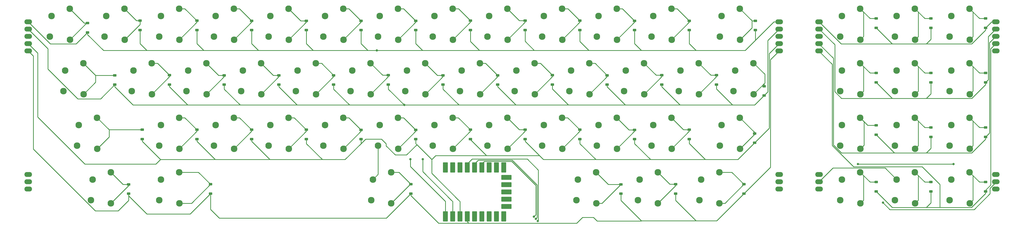
<source format=gbl>
G04 #@! TF.GenerationSoftware,KiCad,Pcbnew,8.0.3*
G04 #@! TF.CreationDate,2024-09-06T14:15:15-05:00*
G04 #@! TF.ProjectId,keyboard,6b657962-6f61-4726-942e-6b696361645f,rev?*
G04 #@! TF.SameCoordinates,Original*
G04 #@! TF.FileFunction,Copper,L2,Bot*
G04 #@! TF.FilePolarity,Positive*
%FSLAX46Y46*%
G04 Gerber Fmt 4.6, Leading zero omitted, Abs format (unit mm)*
G04 Created by KiCad (PCBNEW 8.0.3) date 2024-09-06 14:15:15*
%MOMM*%
%LPD*%
G01*
G04 APERTURE LIST*
G04 Aperture macros list*
%AMRoundRect*
0 Rectangle with rounded corners*
0 $1 Rounding radius*
0 $2 $3 $4 $5 $6 $7 $8 $9 X,Y pos of 4 corners*
0 Add a 4 corners polygon primitive as box body*
4,1,4,$2,$3,$4,$5,$6,$7,$8,$9,$2,$3,0*
0 Add four circle primitives for the rounded corners*
1,1,$1+$1,$2,$3*
1,1,$1+$1,$4,$5*
1,1,$1+$1,$6,$7*
1,1,$1+$1,$8,$9*
0 Add four rect primitives between the rounded corners*
20,1,$1+$1,$2,$3,$4,$5,0*
20,1,$1+$1,$4,$5,$6,$7,0*
20,1,$1+$1,$6,$7,$8,$9,0*
20,1,$1+$1,$8,$9,$2,$3,0*%
G04 Aperture macros list end*
G04 #@! TA.AperFunction,ComponentPad*
%ADD10C,2.300000*%
G04 #@! TD*
G04 #@! TA.AperFunction,ComponentPad*
%ADD11O,2.700000X1.700000*%
G04 #@! TD*
G04 #@! TA.AperFunction,SMDPad,CuDef*
%ADD12RoundRect,0.225000X0.375000X-0.225000X0.375000X0.225000X-0.375000X0.225000X-0.375000X-0.225000X0*%
G04 #@! TD*
G04 #@! TA.AperFunction,ComponentPad*
%ADD13C,1.524000*%
G04 #@! TD*
G04 #@! TA.AperFunction,SMDPad,CuDef*
%ADD14RoundRect,0.114865X-0.735135X1.635135X-0.735135X-1.635135X0.735135X-1.635135X0.735135X1.635135X0*%
G04 #@! TD*
G04 #@! TA.AperFunction,SMDPad,CuDef*
%ADD15RoundRect,0.114865X1.635135X0.735135X-1.635135X0.735135X-1.635135X-0.735135X1.635135X-0.735135X0*%
G04 #@! TD*
G04 #@! TA.AperFunction,ViaPad*
%ADD16C,0.800000*%
G04 #@! TD*
G04 #@! TA.AperFunction,Conductor*
%ADD17C,0.250000*%
G04 #@! TD*
G04 APERTURE END LIST*
D10*
X71800000Y-118206250D03*
X78800000Y-119256250D03*
X328612500Y-168116250D03*
X334962500Y-165576250D03*
X90850000Y-175356250D03*
X97850000Y-176406250D03*
X139065000Y-130016250D03*
X145415000Y-127476250D03*
X224790000Y-149066250D03*
X231140000Y-146526250D03*
X214675000Y-137256250D03*
X221675000Y-138306250D03*
X52750000Y-118206250D03*
X59750000Y-119256250D03*
X91440000Y-168116250D03*
X97790000Y-165576250D03*
X286702500Y-149066250D03*
X293052500Y-146526250D03*
X290875000Y-137256250D03*
X297875000Y-138306250D03*
X195625000Y-137256250D03*
X202625000Y-138306250D03*
X119425000Y-137256250D03*
X126425000Y-138306250D03*
D11*
X45243750Y-123190000D03*
X45243750Y-120650000D03*
X45243750Y-118110000D03*
X45243750Y-115570000D03*
X45243750Y-113030000D03*
D10*
X328612500Y-110966250D03*
X334962500Y-108426250D03*
X257537500Y-175356250D03*
X264537500Y-176406250D03*
X129540000Y-110966250D03*
X135890000Y-108426250D03*
X366122500Y-175356250D03*
X373122500Y-176406250D03*
X286702500Y-110966250D03*
X293052500Y-108426250D03*
X272415000Y-130016250D03*
X278765000Y-127476250D03*
X148590000Y-110966250D03*
X154940000Y-108426250D03*
X328022500Y-118206250D03*
X335022500Y-119256250D03*
X328022500Y-175356250D03*
X335022500Y-176406250D03*
X109900000Y-118206250D03*
X116900000Y-119256250D03*
X186100000Y-156306250D03*
X193100000Y-157356250D03*
X72390000Y-110966250D03*
X78740000Y-108426250D03*
X328612500Y-130016250D03*
X334962500Y-127476250D03*
X366122500Y-137256250D03*
X373122500Y-138306250D03*
D11*
X382181250Y-113030000D03*
X382181250Y-115570000D03*
X382181250Y-118110000D03*
X382181250Y-120650000D03*
X382181250Y-123190000D03*
D10*
X347072500Y-118206250D03*
X354072500Y-119256250D03*
X186690000Y-110966250D03*
X193040000Y-108426250D03*
X62275000Y-156306250D03*
X69275000Y-157356250D03*
X347072500Y-137256250D03*
X354072500Y-138306250D03*
X62865000Y-149066250D03*
X69215000Y-146526250D03*
D11*
X320675000Y-123190000D03*
X320675000Y-120650000D03*
X320675000Y-118110000D03*
X320675000Y-115570000D03*
X320675000Y-113030000D03*
D10*
X90850000Y-156306250D03*
X97850000Y-157356250D03*
X252775000Y-137256250D03*
X259775000Y-138306250D03*
X138475000Y-137256250D03*
X145475000Y-138306250D03*
X91440000Y-110966250D03*
X97790000Y-108426250D03*
X148000000Y-156306250D03*
X155000000Y-157356250D03*
X366712500Y-149066250D03*
X373062500Y-146526250D03*
X128950000Y-118206250D03*
X135950000Y-119256250D03*
X100965000Y-130016250D03*
X107315000Y-127476250D03*
X81915000Y-130016250D03*
X88265000Y-127476250D03*
X262300000Y-118206250D03*
X269300000Y-119256250D03*
X236106250Y-175356250D03*
X243106250Y-176406250D03*
X186100000Y-118206250D03*
X193100000Y-119256250D03*
X177165000Y-130016250D03*
X183515000Y-127476250D03*
X196215000Y-130016250D03*
X202565000Y-127476250D03*
X109900000Y-156306250D03*
X116900000Y-157356250D03*
X215265000Y-130016250D03*
X221615000Y-127476250D03*
X91440000Y-149066250D03*
X97790000Y-146526250D03*
X148000000Y-118206250D03*
X155000000Y-119256250D03*
X243250000Y-156306250D03*
X250250000Y-157356250D03*
X205150000Y-118206250D03*
X212150000Y-119256250D03*
X224200000Y-156306250D03*
X231200000Y-157356250D03*
D11*
X306775000Y-166370000D03*
X306775000Y-168910000D03*
X306775000Y-171450000D03*
D10*
X167640000Y-110966250D03*
X173990000Y-108426250D03*
X100375000Y-137256250D03*
X107375000Y-138306250D03*
X262300000Y-156306250D03*
X269300000Y-157356250D03*
X205740000Y-110966250D03*
X212090000Y-108426250D03*
X110490000Y-110966250D03*
X116840000Y-108426250D03*
X167640000Y-149066250D03*
X173990000Y-146526250D03*
X347072500Y-156306250D03*
X354072500Y-157356250D03*
X67627500Y-168116250D03*
X73977500Y-165576250D03*
X128950000Y-156306250D03*
X135950000Y-157356250D03*
X129540000Y-149066250D03*
X135890000Y-146526250D03*
X347662500Y-110966250D03*
X354012500Y-108426250D03*
X347662500Y-168116250D03*
X354012500Y-165576250D03*
X53340000Y-110966250D03*
X59690000Y-108426250D03*
X167050000Y-156306250D03*
X174050000Y-157356250D03*
X148590000Y-149066250D03*
X154940000Y-146526250D03*
X234315000Y-130016250D03*
X240665000Y-127476250D03*
X205150000Y-156306250D03*
X212150000Y-157356250D03*
X366122500Y-118206250D03*
X373122500Y-119256250D03*
X262890000Y-110966250D03*
X269240000Y-108426250D03*
X347662500Y-149066250D03*
X354012500Y-146526250D03*
X236696250Y-168116250D03*
X243046250Y-165576250D03*
D11*
X306775000Y-113030000D03*
X306775000Y-115570000D03*
X306775000Y-118110000D03*
X306775000Y-120650000D03*
X306775000Y-123190000D03*
D10*
X243250000Y-118206250D03*
X250250000Y-119256250D03*
X164668750Y-175356250D03*
X171668750Y-176406250D03*
X90850000Y-118206250D03*
X97850000Y-119256250D03*
X347072500Y-175356250D03*
X354072500Y-176406250D03*
X328612500Y-149066250D03*
X334962500Y-146526250D03*
X328022500Y-137256250D03*
X335022500Y-138306250D03*
X286112500Y-156306250D03*
X293112500Y-157356250D03*
D11*
X382181250Y-166370000D03*
X382181250Y-168910000D03*
X382181250Y-171450000D03*
D10*
X262890000Y-149066250D03*
X269240000Y-146526250D03*
X278968750Y-175356250D03*
X285968750Y-176406250D03*
X291465000Y-130016250D03*
X297815000Y-127476250D03*
X366122500Y-156306250D03*
X373122500Y-157356250D03*
X328022500Y-156306250D03*
X335022500Y-157356250D03*
X67037500Y-175356250D03*
X74037500Y-176406250D03*
X57512500Y-137256250D03*
X64512500Y-138306250D03*
X279558750Y-168116250D03*
X285908750Y-165576250D03*
X176575000Y-137256250D03*
X183575000Y-138306250D03*
X286112500Y-118206250D03*
X293112500Y-119256250D03*
X258127500Y-168116250D03*
X264477500Y-165576250D03*
X347662500Y-130016250D03*
X354012500Y-127476250D03*
X58102500Y-130016250D03*
X64452500Y-127476250D03*
X253365000Y-130016250D03*
X259715000Y-127476250D03*
X110490000Y-149066250D03*
X116840000Y-146526250D03*
X158115000Y-130016250D03*
X164465000Y-127476250D03*
X205740000Y-149066250D03*
X212090000Y-146526250D03*
X165258750Y-168116250D03*
X171608750Y-165576250D03*
D11*
X45243750Y-171450000D03*
X45243750Y-168910000D03*
X45243750Y-166370000D03*
D10*
X366712500Y-110966250D03*
X373062500Y-108426250D03*
X243840000Y-149066250D03*
X250190000Y-146526250D03*
X167050000Y-118206250D03*
X174050000Y-119256250D03*
X186690000Y-149066250D03*
X193040000Y-146526250D03*
X366712500Y-168116250D03*
X373062500Y-165576250D03*
X243840000Y-110966250D03*
X250190000Y-108426250D03*
X224790000Y-110966250D03*
X231140000Y-108426250D03*
X224200000Y-118206250D03*
X231200000Y-119256250D03*
X157525000Y-137256250D03*
X164525000Y-138306250D03*
X233725000Y-137256250D03*
X240725000Y-138306250D03*
D11*
X320675000Y-171450000D03*
X320675000Y-168910000D03*
X320675000Y-166370000D03*
D10*
X120015000Y-130016250D03*
X126365000Y-127476250D03*
X366712500Y-130016250D03*
X373062500Y-127476250D03*
X81325000Y-137256250D03*
X88325000Y-138306250D03*
X271825000Y-137256250D03*
X278825000Y-138306250D03*
D12*
X378618750Y-115156250D03*
X378618750Y-111856250D03*
X151606250Y-135000000D03*
X151606250Y-131700000D03*
X340518750Y-134206250D03*
X340518750Y-130906250D03*
X359568750Y-172306250D03*
X359568750Y-169006250D03*
X378618750Y-134206250D03*
X378618750Y-130906250D03*
X237353750Y-115927500D03*
X237353750Y-112627500D03*
X161131250Y-154050000D03*
X161131250Y-150750000D03*
X237331250Y-154027500D03*
X237331250Y-150727500D03*
X132556250Y-135000000D03*
X132556250Y-131700000D03*
X378618750Y-153256250D03*
X378618750Y-149956250D03*
X94433750Y-134977500D03*
X94433750Y-131677500D03*
X284933750Y-134977500D03*
X284933750Y-131677500D03*
X189706250Y-135000000D03*
X189706250Y-131700000D03*
X65881250Y-116743750D03*
X65881250Y-113443750D03*
X256381250Y-154050000D03*
X256381250Y-150750000D03*
X265883750Y-134977500D03*
X265883750Y-131677500D03*
X123031250Y-115950000D03*
X123031250Y-112650000D03*
X180181250Y-115950000D03*
X180181250Y-112650000D03*
X359568750Y-134206250D03*
X359568750Y-130906250D03*
D13*
X190500000Y-180086000D03*
D14*
X190500000Y-181036000D03*
D13*
X193040000Y-180086000D03*
D14*
X193040000Y-181036000D03*
D13*
X195580000Y-180086000D03*
D14*
X195580000Y-181036000D03*
D13*
X198120000Y-180086000D03*
D14*
X198120000Y-181036000D03*
D13*
X200660000Y-180086000D03*
D14*
X200660000Y-181036000D03*
D13*
X203200000Y-180086000D03*
D14*
X203200000Y-181036000D03*
D13*
X205740000Y-180086000D03*
D14*
X205740000Y-181036000D03*
D13*
X208280000Y-180086000D03*
D14*
X208280000Y-181036000D03*
D13*
X210820000Y-180086000D03*
D14*
X210820000Y-181036000D03*
D15*
X211760000Y-177546000D03*
D13*
X210820000Y-177546000D03*
D15*
X211760000Y-175006000D03*
D13*
X210820000Y-175006000D03*
D15*
X211760000Y-172466000D03*
D13*
X210820000Y-172466000D03*
X210820000Y-169926000D03*
D15*
X211760000Y-169936000D03*
X211760000Y-167386000D03*
D13*
X210820000Y-167386000D03*
D14*
X210820000Y-163896000D03*
D13*
X210820000Y-164846000D03*
D14*
X208280000Y-163896000D03*
D13*
X208280000Y-164846000D03*
D14*
X205740000Y-163896000D03*
D13*
X205740000Y-164846000D03*
D14*
X203200000Y-163896000D03*
D13*
X203200000Y-164846000D03*
D14*
X200660000Y-163896000D03*
D13*
X200660000Y-164846000D03*
D14*
X198120000Y-163896000D03*
D13*
X198120000Y-164846000D03*
D14*
X195580000Y-163896000D03*
D13*
X195580000Y-164846000D03*
D14*
X193040000Y-163896000D03*
D13*
X193040000Y-164846000D03*
D14*
X190500000Y-163896000D03*
D13*
X190500000Y-164846000D03*
D12*
X256381250Y-115950000D03*
X256381250Y-112650000D03*
X340518750Y-115156250D03*
X340518750Y-111856250D03*
X298196000Y-155320000D03*
X298196000Y-152020000D03*
X170656250Y-134977500D03*
X170656250Y-131677500D03*
X84931250Y-154027500D03*
X84931250Y-150727500D03*
X84137500Y-115927500D03*
X84137500Y-112627500D03*
X199231250Y-115905000D03*
X199231250Y-112605000D03*
X113506250Y-135000000D03*
X113506250Y-131700000D03*
X142081250Y-154027500D03*
X142081250Y-150727500D03*
X161131250Y-115950000D03*
X161131250Y-112650000D03*
X123031250Y-154027500D03*
X123031250Y-150727500D03*
X340518750Y-172306250D03*
X340518750Y-169006250D03*
X80168750Y-173100000D03*
X80168750Y-169800000D03*
X199208750Y-154027500D03*
X199208750Y-150727500D03*
X275408750Y-154027500D03*
X275408750Y-150727500D03*
X270668750Y-173077500D03*
X270668750Y-169777500D03*
X103981250Y-154027500D03*
X103981250Y-150727500D03*
X298450000Y-115950000D03*
X298450000Y-112650000D03*
X301498000Y-138810000D03*
X301498000Y-135510000D03*
X275431250Y-115950000D03*
X275431250Y-112650000D03*
X142121250Y-115950000D03*
X142121250Y-112650000D03*
X359568750Y-115156250D03*
X359568750Y-111856250D03*
X227783750Y-134977500D03*
X227783750Y-131677500D03*
X103981250Y-115927500D03*
X103981250Y-112627500D03*
X218258750Y-154027500D03*
X218258750Y-150727500D03*
X208733750Y-135000000D03*
X208733750Y-131700000D03*
X378618750Y-172306250D03*
X378618750Y-169006250D03*
X359568750Y-153256250D03*
X359568750Y-149956250D03*
X218258750Y-115927500D03*
X218258750Y-112627500D03*
X180181250Y-154050000D03*
X180181250Y-150750000D03*
X340518750Y-152462500D03*
X340518750Y-149162500D03*
X75406250Y-135000000D03*
X75406250Y-131700000D03*
X108721250Y-173077500D03*
X108721250Y-169777500D03*
X251618750Y-173100000D03*
X251618750Y-169800000D03*
X246856250Y-135000000D03*
X246856250Y-131700000D03*
X178508750Y-173077500D03*
X178508750Y-169777500D03*
X294481250Y-173077500D03*
X294481250Y-169777500D03*
D16*
X178308000Y-161036000D03*
X166624000Y-123031250D03*
X182626000Y-161036000D03*
X176212500Y-142081250D03*
X367506250Y-162718750D03*
X334168750Y-162718750D03*
X221350000Y-181102000D03*
X222030551Y-181834704D03*
X342900000Y-176212500D03*
X222691675Y-182584985D03*
D17*
X167050000Y-166325000D02*
X165258750Y-168116250D01*
X167050000Y-156306250D02*
X167050000Y-166325000D01*
X84137500Y-120650000D02*
X86518750Y-123031250D01*
X237353750Y-119878750D02*
X240506250Y-123031250D01*
X161131250Y-115950000D02*
X161131250Y-120650000D01*
X73025000Y-123031250D02*
X86518750Y-123031250D01*
X202406250Y-123031250D02*
X221456250Y-123031250D01*
X106362500Y-123031250D02*
X125412500Y-123031250D01*
X320675000Y-113030000D02*
X328376250Y-120731250D01*
X61893750Y-120731250D02*
X65881250Y-116743750D01*
X86518750Y-123031250D02*
X106362500Y-123031250D01*
X378618750Y-115887500D02*
X378618750Y-115156250D01*
X142121250Y-120690000D02*
X144462500Y-123031250D01*
X346043750Y-120681250D02*
X346093750Y-120731250D01*
X340518750Y-115156250D02*
X346043750Y-120681250D01*
X240506250Y-123031250D02*
X258762500Y-123031250D01*
X125412500Y-123031250D02*
X144462500Y-123031250D01*
X221456250Y-123031250D02*
X240506250Y-123031250D01*
X45243750Y-113030000D02*
X52945000Y-120731250D01*
X359568750Y-115156250D02*
X359568750Y-119143750D01*
X84137500Y-115927500D02*
X84137500Y-120650000D01*
X199231250Y-119856250D02*
X202406250Y-123031250D01*
X275431250Y-115950000D02*
X275431250Y-120650000D01*
X180181250Y-120650000D02*
X182562500Y-123031250D01*
X218258750Y-115927500D02*
X218258750Y-119833750D01*
X328376250Y-120731250D02*
X345993750Y-120731250D01*
X103981250Y-120650000D02*
X106362500Y-123031250D01*
X380745000Y-113030000D02*
X378618750Y-115156250D01*
X123031250Y-120650000D02*
X125412500Y-123031250D01*
X237353750Y-115927500D02*
X237353750Y-119878750D01*
X304895250Y-113030000D02*
X294894000Y-123031250D01*
X256381250Y-115950000D02*
X256381250Y-120650000D01*
X256381250Y-120650000D02*
X258762500Y-123031250D01*
X190500000Y-175768000D02*
X190246000Y-175514000D01*
X65881250Y-116743750D02*
X65881250Y-117475000D01*
X373775000Y-120731250D02*
X378618750Y-115887500D01*
X294894000Y-123031250D02*
X277812500Y-123031250D01*
X275431250Y-120650000D02*
X277812500Y-123031250D01*
X346093750Y-120731250D02*
X357981250Y-120731250D01*
X298450000Y-115950000D02*
X298450000Y-119475250D01*
X103981250Y-115927500D02*
X103981250Y-120650000D01*
X199231250Y-115905000D02*
X199231250Y-119856250D01*
X65881250Y-117475000D02*
X71437500Y-123031250D01*
X190246000Y-175514000D02*
X178308000Y-163576000D01*
X52945000Y-120731250D02*
X61893750Y-120731250D01*
X123031250Y-115950000D02*
X123031250Y-120650000D01*
X306775000Y-113030000D02*
X304895250Y-113030000D01*
X180181250Y-115950000D02*
X180181250Y-120650000D01*
X166624000Y-123031250D02*
X182562500Y-123031250D01*
X345993750Y-120731250D02*
X346043750Y-120681250D01*
X218258750Y-119833750D02*
X221456250Y-123031250D01*
X178308000Y-163576000D02*
X178308000Y-161036000D01*
X182562500Y-123031250D02*
X202406250Y-123031250D01*
X382181250Y-113030000D02*
X380745000Y-113030000D01*
X258762500Y-123031250D02*
X277812500Y-123031250D01*
X359568750Y-119143750D02*
X357981250Y-120731250D01*
X71437500Y-123031250D02*
X73025000Y-123031250D01*
X142121250Y-115950000D02*
X142121250Y-120690000D01*
X163512500Y-123031250D02*
X166624000Y-123031250D01*
X161131250Y-120650000D02*
X163512500Y-123031250D01*
X190500000Y-180086000D02*
X190500000Y-175768000D01*
X144462500Y-123031250D02*
X163512500Y-123031250D01*
X357981250Y-120731250D02*
X373775000Y-120731250D01*
X45243750Y-115570000D02*
X52070000Y-122396250D01*
X52070000Y-129527434D02*
X62496566Y-139954000D01*
X215106250Y-142081250D02*
X233362500Y-142081250D01*
X208733750Y-135000000D02*
X208733750Y-135708750D01*
X373775000Y-139781250D02*
X378618750Y-134937500D01*
X189706250Y-136525000D02*
X195262500Y-142081250D01*
X113506250Y-136525000D02*
X119062500Y-142081250D01*
X119062500Y-142081250D02*
X138906250Y-142081250D01*
X151606250Y-136525000D02*
X157162500Y-142081250D01*
X328461534Y-139781250D02*
X346156250Y-139781250D01*
X182626000Y-165354000D02*
X182626000Y-161036000D01*
X382181250Y-115570000D02*
X379543750Y-118207500D01*
X113506250Y-135000000D02*
X113506250Y-136525000D01*
X176212500Y-142081250D02*
X195262500Y-142081250D01*
X192659000Y-175387000D02*
X182626000Y-165354000D01*
X284933750Y-136502500D02*
X290512500Y-142081250D01*
X132556250Y-135731250D02*
X138906250Y-142081250D01*
X379543750Y-118207500D02*
X379543750Y-133281250D01*
X346093750Y-139781250D02*
X346156250Y-139781250D01*
X346156250Y-139781250D02*
X357981250Y-139781250D01*
X170656250Y-136525000D02*
X176212500Y-142081250D01*
X340518750Y-134206250D02*
X346093750Y-139781250D01*
X246856250Y-135731250D02*
X253206250Y-142081250D01*
X302768000Y-137540000D02*
X298226750Y-142081250D01*
X284933750Y-134977500D02*
X284933750Y-136502500D01*
X326116600Y-137436316D02*
X328461534Y-139781250D01*
X62496566Y-139954000D02*
X70452250Y-139954000D01*
X265883750Y-135708750D02*
X272256250Y-142081250D01*
X359568750Y-138193750D02*
X357981250Y-139781250D01*
X52070000Y-122396250D02*
X52070000Y-129527434D01*
X227783750Y-134977500D02*
X227783750Y-136502500D01*
X100806250Y-142081250D02*
X119062500Y-142081250D01*
X208733750Y-135708750D02*
X215106250Y-142081250D01*
X246856250Y-135000000D02*
X246856250Y-135731250D01*
X70452250Y-139954000D02*
X75406250Y-135000000D01*
X157162500Y-142081250D02*
X176212500Y-142081250D01*
X265883750Y-134977500D02*
X265883750Y-135708750D01*
X298226750Y-142081250D02*
X290512500Y-142081250D01*
X170656250Y-134977500D02*
X170656250Y-136525000D01*
X195262500Y-142081250D02*
X215106250Y-142081250D01*
X326116600Y-121011600D02*
X326116600Y-137436316D01*
X81756250Y-142081250D02*
X82550000Y-142081250D01*
X357981250Y-139781250D02*
X373775000Y-139781250D01*
X82550000Y-142081250D02*
X100806250Y-142081250D01*
X189706250Y-135000000D02*
X189706250Y-136525000D01*
X132556250Y-135000000D02*
X132556250Y-135731250D01*
X359568750Y-134206250D02*
X359568750Y-138193750D01*
X227783750Y-136502500D02*
X233362500Y-142081250D01*
X272256250Y-142081250D02*
X290512500Y-142081250D01*
X253206250Y-142081250D02*
X272256250Y-142081250D01*
X94433750Y-134977500D02*
X94433750Y-135708750D01*
X75406250Y-135000000D02*
X75406250Y-135731250D01*
X379543750Y-133281250D02*
X378618750Y-134206250D01*
X302768000Y-119577000D02*
X302768000Y-137540000D01*
X233362500Y-142081250D02*
X253206250Y-142081250D01*
X193040000Y-180086000D02*
X193040000Y-175768000D01*
X320675000Y-115570000D02*
X326116600Y-121011600D01*
X138906250Y-142081250D02*
X157162500Y-142081250D01*
X151606250Y-135000000D02*
X151606250Y-136525000D01*
X94433750Y-135708750D02*
X100806250Y-142081250D01*
X75406250Y-135731250D02*
X81756250Y-142081250D01*
X193040000Y-175768000D02*
X192659000Y-175387000D01*
X378618750Y-134937500D02*
X378618750Y-134206250D01*
X306775000Y-115570000D02*
X302768000Y-119577000D01*
X185737500Y-161131250D02*
X187102750Y-159766000D01*
X328461534Y-158831250D02*
X325666600Y-156036316D01*
X185737500Y-161131250D02*
X185737500Y-165925500D01*
X359568750Y-153256250D02*
X359568750Y-157243750D01*
X169862500Y-156368750D02*
X173037500Y-159543750D01*
X292384750Y-161131250D02*
X303276000Y-150240000D01*
X168275000Y-153987500D02*
X169862500Y-155575000D01*
X177006250Y-159543750D02*
X180578125Y-155971875D01*
X256381250Y-155575000D02*
X261937500Y-161131250D01*
X110331250Y-161131250D02*
X129381250Y-161131250D01*
X378618750Y-153987500D02*
X378618750Y-153256250D01*
X173037500Y-159543750D02*
X177006250Y-159543750D01*
X155575000Y-161131250D02*
X161131250Y-155575000D01*
X180181250Y-155575000D02*
X180578125Y-155971875D01*
X142081250Y-155575000D02*
X147637500Y-161131250D01*
X347662500Y-158831250D02*
X328461534Y-158831250D01*
X347662500Y-158831250D02*
X357981250Y-158831250D01*
X256381250Y-154050000D02*
X256381250Y-155575000D01*
X194945000Y-175133000D02*
X186690000Y-166878000D01*
X340518750Y-152462500D02*
X346887500Y-158831250D01*
X48514000Y-123920250D02*
X48514000Y-146304000D01*
X130125000Y-161131250D02*
X147637500Y-161131250D01*
X195580000Y-175768000D02*
X194945000Y-175133000D01*
X379993750Y-151881250D02*
X378618750Y-153256250D01*
X84931250Y-154781250D02*
X91281250Y-161131250D01*
X195580000Y-180086000D02*
X195580000Y-175768000D01*
X275408750Y-155552500D02*
X280987500Y-161131250D01*
X180181250Y-154050000D02*
X180181250Y-155575000D01*
X103981250Y-154027500D02*
X103981250Y-154781250D01*
X199208750Y-154187250D02*
X204787500Y-159766000D01*
X218258750Y-154027500D02*
X218258750Y-154758750D01*
X218258750Y-154758750D02*
X224631250Y-161131250D01*
X147637500Y-161131250D02*
X155575000Y-161131250D01*
X48514000Y-146304000D02*
X64928750Y-162718750D01*
X84931250Y-154027500D02*
X84931250Y-154781250D01*
X199208750Y-154027500D02*
X199208750Y-154187250D01*
X303276000Y-150240000D02*
X303276000Y-124149000D01*
X373775000Y-158831250D02*
X378618750Y-153987500D01*
X186690000Y-166878000D02*
X186182000Y-166370000D01*
X320675000Y-120777000D02*
X320675000Y-120650000D01*
X325666600Y-156036316D02*
X325666600Y-125768600D01*
X346887500Y-158831250D02*
X347662500Y-158831250D01*
X107156250Y-161131250D02*
X130125000Y-161131250D01*
X45243750Y-120650000D02*
X48514000Y-123920250D01*
X379993750Y-120297500D02*
X379993750Y-151881250D01*
X89693750Y-162718750D02*
X91281250Y-161131250D01*
X64928750Y-162718750D02*
X89693750Y-162718750D01*
X185737500Y-165925500D02*
X186690000Y-166878000D01*
X359568750Y-157243750D02*
X357981250Y-158831250D01*
X303276000Y-124149000D02*
X306775000Y-120650000D01*
X129381250Y-161131250D02*
X130125000Y-161131250D01*
X180578125Y-155971875D02*
X185737500Y-161131250D01*
X242887500Y-161131250D02*
X261937500Y-161131250D01*
X280987500Y-161131250D02*
X292384750Y-161131250D01*
X325666600Y-125768600D02*
X320675000Y-120777000D01*
X162718750Y-153987500D02*
X168275000Y-153987500D01*
X161131250Y-154050000D02*
X161131250Y-155575000D01*
X261937500Y-161131250D02*
X280987500Y-161131250D01*
X123031250Y-154781250D02*
X129381250Y-161131250D01*
X224631250Y-161131250D02*
X242887500Y-161131250D01*
X123031250Y-154027500D02*
X123031250Y-154781250D01*
X103981250Y-154781250D02*
X110331250Y-161131250D01*
X187102750Y-159766000D02*
X204787500Y-159766000D01*
X237331250Y-154027500D02*
X237331250Y-155575000D01*
X142081250Y-154027500D02*
X142081250Y-155575000D01*
X275408750Y-154027500D02*
X275408750Y-155552500D01*
X161131250Y-155575000D02*
X162718750Y-153987500D01*
X223266000Y-159766000D02*
X224631250Y-161131250D01*
X237331250Y-155575000D02*
X242887500Y-161131250D01*
X357981250Y-158831250D02*
X373775000Y-158831250D01*
X204787500Y-159766000D02*
X223266000Y-159766000D01*
X169862500Y-155575000D02*
X169862500Y-156368750D01*
X382181250Y-118110000D02*
X379993750Y-120297500D01*
X91281250Y-161131250D02*
X110331250Y-161131250D01*
X380443750Y-122387500D02*
X380443750Y-170011104D01*
X258762500Y-182562500D02*
X277812500Y-182562500D01*
X251618750Y-173100000D02*
X251618750Y-175418750D01*
X80168750Y-173831250D02*
X86518750Y-180181250D01*
X359568750Y-176293750D02*
X357981250Y-177881250D01*
X80168750Y-173100000D02*
X80168750Y-173831250D01*
X356532500Y-163651250D02*
X332645138Y-163651250D01*
X320675000Y-123317000D02*
X320675000Y-123190000D01*
X359568750Y-172306250D02*
X359568750Y-176293750D01*
X325216600Y-156222712D02*
X325216600Y-127858600D01*
X46990000Y-157480000D02*
X68553750Y-179043750D01*
X243332000Y-182626000D02*
X242062000Y-181356000D01*
X258699000Y-182626000D02*
X243332000Y-182626000D01*
X242062000Y-181356000D02*
X238252000Y-181356000D01*
X362743750Y-177881250D02*
X373733466Y-177881250D01*
X178508750Y-173077500D02*
X178508750Y-173746250D01*
X340518750Y-172306250D02*
X346093750Y-177881250D01*
X80168750Y-175418750D02*
X80168750Y-173100000D01*
X198120000Y-181036000D02*
X198120000Y-182880000D01*
X236220000Y-183388000D02*
X198628000Y-183388000D01*
X332645138Y-163651250D02*
X325216600Y-156222712D01*
X111753750Y-181610000D02*
X169976250Y-181610000D01*
X76543750Y-179043750D02*
X80168750Y-175418750D01*
X378618750Y-172995966D02*
X378618750Y-172306250D01*
X45243750Y-123190000D02*
X46990000Y-124936250D01*
X101617500Y-180181250D02*
X108721250Y-173077500D01*
X303726000Y-126239000D02*
X303726000Y-163832750D01*
X325216600Y-127858600D02*
X320675000Y-123317000D01*
X108721250Y-173077500D02*
X108721250Y-178577500D01*
X373733466Y-177881250D02*
X378618750Y-172995966D01*
X188150500Y-183388000D02*
X198628000Y-183388000D01*
X357981250Y-177881250D02*
X362743750Y-177881250D01*
X178508750Y-173746250D02*
X188150500Y-183388000D01*
X270668750Y-173077500D02*
X270668750Y-175418750D01*
X277812500Y-182562500D02*
X284996250Y-182562500D01*
X169976250Y-181610000D02*
X178508750Y-173077500D01*
X258762500Y-182562500D02*
X258699000Y-182626000D01*
X86518750Y-180181250D02*
X101617500Y-180181250D01*
X362743750Y-169862500D02*
X356532500Y-163651250D01*
X380443750Y-170011104D02*
X378618750Y-171836104D01*
X251618750Y-175418750D02*
X258762500Y-182562500D01*
X378618750Y-171836104D02*
X378618750Y-172306250D01*
X362743750Y-177881250D02*
X362743750Y-169862500D01*
X238252000Y-181356000D02*
X236220000Y-183388000D01*
X46990000Y-124936250D02*
X46990000Y-157480000D01*
X284996250Y-182562500D02*
X294481250Y-173077500D01*
X346093750Y-177881250D02*
X357981250Y-177881250D01*
X306775000Y-123190000D02*
X303726000Y-126239000D01*
X270668750Y-175418750D02*
X277812500Y-182562500D01*
X108721250Y-178577500D02*
X111753750Y-181610000D01*
X68553750Y-179043750D02*
X76543750Y-179043750D01*
X382181250Y-120650000D02*
X380443750Y-122387500D01*
X198120000Y-182880000D02*
X198628000Y-183388000D01*
X303726000Y-163832750D02*
X294481250Y-173077500D01*
X336172500Y-109636250D02*
X334962500Y-108426250D01*
X334962500Y-108426250D02*
X338392500Y-111856250D01*
X336172500Y-118106250D02*
X336172500Y-109636250D01*
X335022500Y-119256250D02*
X336172500Y-118106250D01*
X338392500Y-111856250D02*
X340518750Y-111856250D01*
X337598750Y-149162500D02*
X340518750Y-149162500D01*
X334962500Y-146526250D02*
X336276600Y-147840350D01*
X336276600Y-147840350D02*
X336276600Y-156102150D01*
X336276600Y-156102150D02*
X335022500Y-157356250D01*
X334962500Y-146526250D02*
X337598750Y-149162500D01*
X354012500Y-108426250D02*
X357442500Y-111856250D01*
X354012500Y-108426250D02*
X355162500Y-109576250D01*
X355162500Y-109576250D02*
X355162500Y-118166250D01*
X357442500Y-111856250D02*
X359568750Y-111856250D01*
X355162500Y-118166250D02*
X354072500Y-119256250D01*
X355162500Y-156266250D02*
X354072500Y-157356250D01*
X355162500Y-147676250D02*
X355162500Y-156266250D01*
X354012500Y-146526250D02*
X357442500Y-149956250D01*
X357442500Y-149956250D02*
X359568750Y-149956250D01*
X354012500Y-146526250D02*
X355162500Y-147676250D01*
X374212500Y-118166250D02*
X373122500Y-119256250D01*
X374212500Y-109576250D02*
X374212500Y-118166250D01*
X376492500Y-111856250D02*
X378618750Y-111856250D01*
X373062500Y-108426250D02*
X376492500Y-111856250D01*
X373062500Y-108426250D02*
X374212500Y-109576250D01*
X373062500Y-146526250D02*
X376492500Y-149956250D01*
X374212500Y-156266250D02*
X373122500Y-157356250D01*
X374212500Y-147676250D02*
X374212500Y-156266250D01*
X376492500Y-149956250D02*
X378618750Y-149956250D01*
X373062500Y-146526250D02*
X374212500Y-147676250D01*
X376492500Y-169006250D02*
X378618750Y-169006250D01*
X374212500Y-166726250D02*
X374212500Y-175316250D01*
X373062500Y-165576250D02*
X376492500Y-169006250D01*
X373062500Y-165576250D02*
X374212500Y-166726250D01*
X374212500Y-175316250D02*
X373122500Y-176406250D01*
X298196000Y-152020000D02*
X298196000Y-152272750D01*
X298196000Y-151669750D02*
X298196000Y-152020000D01*
X298196000Y-152272750D02*
X293112500Y-157356250D01*
X293052500Y-146526250D02*
X298196000Y-151669750D01*
X336112500Y-128626250D02*
X336112500Y-137216250D01*
X334962500Y-127476250D02*
X338392500Y-130906250D01*
X334962500Y-127476250D02*
X336112500Y-128626250D01*
X336112500Y-137216250D02*
X335022500Y-138306250D01*
X338392500Y-130906250D02*
X340518750Y-130906250D01*
X334962500Y-165576250D02*
X336112500Y-166726250D01*
X336112500Y-166726250D02*
X336112500Y-175316250D01*
X336112500Y-175316250D02*
X335022500Y-176406250D01*
X338392500Y-169006250D02*
X340518750Y-169006250D01*
X334962500Y-165576250D02*
X338392500Y-169006250D01*
X355162500Y-128626250D02*
X355162500Y-137216250D01*
X354012500Y-127476250D02*
X357442500Y-130906250D01*
X354012500Y-127476250D02*
X355162500Y-128626250D01*
X355162500Y-137216250D02*
X354072500Y-138306250D01*
X357442500Y-130906250D02*
X359568750Y-130906250D01*
X354012500Y-165576250D02*
X357442500Y-169006250D01*
X355162500Y-166726250D02*
X355162500Y-175316250D01*
X354012500Y-165576250D02*
X355162500Y-166726250D01*
X355162500Y-175316250D02*
X354072500Y-176406250D01*
X357442500Y-169006250D02*
X359568750Y-169006250D01*
X374212500Y-137216250D02*
X373122500Y-138306250D01*
X373062500Y-127476250D02*
X376492500Y-130906250D01*
X374212500Y-128626250D02*
X374212500Y-137216250D01*
X376492500Y-130906250D02*
X378618750Y-130906250D01*
X373062500Y-127476250D02*
X374212500Y-128626250D01*
X64707500Y-113443750D02*
X65881250Y-113443750D01*
X59690000Y-108426250D02*
X64707500Y-113443750D01*
X65562500Y-113443750D02*
X65881250Y-113443750D01*
X59750000Y-119256250D02*
X65562500Y-113443750D01*
X64452500Y-127476250D02*
X68676250Y-131700000D01*
X64512500Y-138306250D02*
X68676250Y-134142500D01*
X68676250Y-134142500D02*
X68676250Y-131700000D01*
X68676250Y-131700000D02*
X75406250Y-131700000D01*
X73416250Y-150727500D02*
X84931250Y-150727500D01*
X69215000Y-146526250D02*
X73416250Y-150727500D01*
X73416250Y-153215000D02*
X73416250Y-150727500D01*
X69275000Y-157356250D02*
X73416250Y-153215000D01*
X74037500Y-176406250D02*
X80168750Y-170275000D01*
X78201250Y-169800000D02*
X80168750Y-169800000D01*
X80168750Y-170275000D02*
X80168750Y-169800000D01*
X73977500Y-165576250D02*
X78201250Y-169800000D01*
X82941250Y-112627500D02*
X84137500Y-112627500D01*
X78740000Y-108426250D02*
X82941250Y-112627500D01*
X78800000Y-119256250D02*
X84137500Y-113918750D01*
X84137500Y-113918750D02*
X84137500Y-112627500D01*
X94433750Y-132197500D02*
X94433750Y-131677500D01*
X88265000Y-127476250D02*
X90232500Y-127476250D01*
X88325000Y-138306250D02*
X94433750Y-132197500D01*
X90232500Y-127476250D02*
X94433750Y-131677500D01*
X99780000Y-146526250D02*
X103981250Y-150727500D01*
X103981250Y-151225000D02*
X103981250Y-150727500D01*
X97790000Y-146526250D02*
X99780000Y-146526250D01*
X97850000Y-157356250D02*
X103981250Y-151225000D01*
X97790000Y-165576250D02*
X104520000Y-165576250D01*
X102092500Y-176406250D02*
X108721250Y-169777500D01*
X97850000Y-176406250D02*
X102092500Y-176406250D01*
X104520000Y-165576250D02*
X108721250Y-169777500D01*
X99780000Y-108426250D02*
X103981250Y-112627500D01*
X97850000Y-119256250D02*
X103981250Y-113125000D01*
X97790000Y-108426250D02*
X99780000Y-108426250D01*
X103981250Y-113125000D02*
X103981250Y-112627500D01*
X111538750Y-131700000D02*
X113506250Y-131700000D01*
X113506250Y-132175000D02*
X113506250Y-131700000D01*
X107315000Y-127476250D02*
X111538750Y-131700000D01*
X107375000Y-138306250D02*
X113506250Y-132175000D01*
X118830000Y-146526250D02*
X123031250Y-150727500D01*
X116900000Y-157356250D02*
X123031250Y-151225000D01*
X123031250Y-151225000D02*
X123031250Y-150727500D01*
X116840000Y-146526250D02*
X118830000Y-146526250D01*
X118807500Y-108426250D02*
X123031250Y-112650000D01*
X123031250Y-113125000D02*
X123031250Y-112650000D01*
X116900000Y-119256250D02*
X123031250Y-113125000D01*
X116840000Y-108426250D02*
X118807500Y-108426250D01*
X132556250Y-132175000D02*
X132556250Y-131700000D01*
X126425000Y-138306250D02*
X132556250Y-132175000D01*
X126365000Y-127476250D02*
X130588750Y-131700000D01*
X130588750Y-131700000D02*
X132556250Y-131700000D01*
X135890000Y-146526250D02*
X137880000Y-146526250D01*
X142081250Y-151225000D02*
X142081250Y-150727500D01*
X135950000Y-157356250D02*
X142081250Y-151225000D01*
X137880000Y-146526250D02*
X142081250Y-150727500D01*
X135890000Y-108426250D02*
X140113750Y-112650000D01*
X142121250Y-113085000D02*
X142121250Y-112650000D01*
X140113750Y-112650000D02*
X142121250Y-112650000D01*
X135950000Y-119256250D02*
X142121250Y-113085000D01*
X145475000Y-138306250D02*
X151606250Y-132175000D01*
X145415000Y-127476250D02*
X147382500Y-127476250D01*
X151606250Y-132175000D02*
X151606250Y-131700000D01*
X147382500Y-127476250D02*
X151606250Y-131700000D01*
X155000000Y-157356250D02*
X161131250Y-151225000D01*
X154940000Y-146526250D02*
X156907500Y-146526250D01*
X161131250Y-151225000D02*
X161131250Y-150750000D01*
X156907500Y-146526250D02*
X161131250Y-150750000D01*
X154940000Y-108426250D02*
X156907500Y-108426250D01*
X156907500Y-108426250D02*
X161131250Y-112650000D01*
X161131250Y-113125000D02*
X161131250Y-112650000D01*
X155000000Y-119256250D02*
X161131250Y-113125000D01*
X170656250Y-132175000D02*
X170656250Y-131677500D01*
X164525000Y-138306250D02*
X170656250Y-132175000D01*
X164465000Y-127476250D02*
X168666250Y-131677500D01*
X168666250Y-131677500D02*
X170656250Y-131677500D01*
X175957500Y-146526250D02*
X180181250Y-150750000D01*
X174050000Y-157356250D02*
X180181250Y-151225000D01*
X180181250Y-151225000D02*
X180181250Y-150750000D01*
X173990000Y-146526250D02*
X175957500Y-146526250D01*
X174307500Y-165576250D02*
X178508750Y-169777500D01*
X171608750Y-165576250D02*
X174307500Y-165576250D01*
X178297500Y-169777500D02*
X178508750Y-169777500D01*
X171668750Y-176406250D02*
X178297500Y-169777500D01*
X174050000Y-119256250D02*
X180181250Y-113125000D01*
X180181250Y-113125000D02*
X180181250Y-112650000D01*
X175957500Y-108426250D02*
X180181250Y-112650000D01*
X173990000Y-108426250D02*
X175957500Y-108426250D01*
X189706250Y-132175000D02*
X189706250Y-131700000D01*
X183515000Y-127476250D02*
X187738750Y-131700000D01*
X187738750Y-131700000D02*
X189706250Y-131700000D01*
X183575000Y-138306250D02*
X189706250Y-132175000D01*
X199208750Y-151247500D02*
X199208750Y-150727500D01*
X193100000Y-157356250D02*
X199208750Y-151247500D01*
X193040000Y-146526250D02*
X195007500Y-146526250D01*
X195007500Y-146526250D02*
X199208750Y-150727500D01*
X193040000Y-108426250D02*
X195052500Y-108426250D01*
X199231250Y-113125000D02*
X199231250Y-112605000D01*
X195052500Y-108426250D02*
X199231250Y-112605000D01*
X193100000Y-119256250D02*
X199231250Y-113125000D01*
X204510000Y-127476250D02*
X208733750Y-131700000D01*
X202625000Y-138306250D02*
X208733750Y-132197500D01*
X208733750Y-132197500D02*
X208733750Y-131700000D01*
X202565000Y-127476250D02*
X204510000Y-127476250D01*
X212150000Y-157356250D02*
X218258750Y-151247500D01*
X216291250Y-150727500D02*
X218258750Y-150727500D01*
X212090000Y-146526250D02*
X216291250Y-150727500D01*
X218258750Y-151247500D02*
X218258750Y-150727500D01*
X212090000Y-108426250D02*
X216291250Y-112627500D01*
X216291250Y-112627500D02*
X218258750Y-112627500D01*
X212150000Y-119256250D02*
X218258750Y-113147500D01*
X218258750Y-113147500D02*
X218258750Y-112627500D01*
X223582500Y-127476250D02*
X227783750Y-131677500D01*
X221615000Y-127476250D02*
X223582500Y-127476250D01*
X227783750Y-132197500D02*
X227783750Y-131677500D01*
X221675000Y-138306250D02*
X227783750Y-132197500D01*
X233130000Y-146526250D02*
X237331250Y-150727500D01*
X231200000Y-157356250D02*
X237331250Y-151225000D01*
X231140000Y-146526250D02*
X233130000Y-146526250D01*
X237331250Y-151225000D02*
X237331250Y-150727500D01*
X231140000Y-108426250D02*
X233152500Y-108426250D01*
X231200000Y-119256250D02*
X237353750Y-113102500D01*
X233152500Y-108426250D02*
X237353750Y-112627500D01*
X237353750Y-113102500D02*
X237353750Y-112627500D01*
X240665000Y-127476250D02*
X242632500Y-127476250D01*
X240725000Y-138306250D02*
X246856250Y-132175000D01*
X246856250Y-132175000D02*
X246856250Y-131700000D01*
X242632500Y-127476250D02*
X246856250Y-131700000D01*
X250190000Y-146526250D02*
X254413750Y-150750000D01*
X256381250Y-151225000D02*
X256381250Y-150750000D01*
X254413750Y-150750000D02*
X256381250Y-150750000D01*
X250250000Y-157356250D02*
X256381250Y-151225000D01*
X243106250Y-176406250D02*
X245012500Y-176406250D01*
X245012500Y-176406250D02*
X251618750Y-169800000D01*
X247270000Y-169800000D02*
X251618750Y-169800000D01*
X243046250Y-165576250D02*
X247270000Y-169800000D01*
X252157500Y-108426250D02*
X256381250Y-112650000D01*
X250250000Y-119256250D02*
X256381250Y-113125000D01*
X250190000Y-108426250D02*
X252157500Y-108426250D01*
X256381250Y-113125000D02*
X256381250Y-112650000D01*
X263916250Y-131677500D02*
X265883750Y-131677500D01*
X259715000Y-127476250D02*
X263916250Y-131677500D01*
X265883750Y-132197500D02*
X265883750Y-131677500D01*
X259775000Y-138306250D02*
X265883750Y-132197500D01*
X269240000Y-146526250D02*
X273441250Y-150727500D01*
X275408750Y-151247500D02*
X275408750Y-150727500D01*
X269300000Y-157356250D02*
X275408750Y-151247500D01*
X273441250Y-150727500D02*
X275408750Y-150727500D01*
X264537500Y-176406250D02*
X270668750Y-170275000D01*
X268678750Y-169777500D02*
X270668750Y-169777500D01*
X270668750Y-170275000D02*
X270668750Y-169777500D01*
X264477500Y-165576250D02*
X268678750Y-169777500D01*
X269300000Y-119256250D02*
X275431250Y-113125000D01*
X275431250Y-113125000D02*
X275431250Y-112650000D01*
X269240000Y-108426250D02*
X271207500Y-108426250D01*
X271207500Y-108426250D02*
X275431250Y-112650000D01*
X282966250Y-131677500D02*
X284933750Y-131677500D01*
X284933750Y-132197500D02*
X284933750Y-131677500D01*
X278765000Y-127476250D02*
X282966250Y-131677500D01*
X278825000Y-138306250D02*
X284933750Y-132197500D01*
X287852500Y-176406250D02*
X294481250Y-169777500D01*
X285908750Y-165576250D02*
X290280000Y-165576250D01*
X290280000Y-165576250D02*
X294481250Y-169777500D01*
X285968750Y-176406250D02*
X287852500Y-176406250D01*
X297253750Y-112627500D02*
X297276250Y-112650000D01*
X293112500Y-119256250D02*
X297253750Y-115115000D01*
X297276250Y-112650000D02*
X298450000Y-112650000D01*
X293052500Y-108426250D02*
X297253750Y-112627500D01*
X297253750Y-115115000D02*
X297253750Y-112627500D01*
X301529625Y-134651625D02*
X301752000Y-134429250D01*
X301498000Y-134683250D02*
X301529625Y-134651625D01*
X301498000Y-135510000D02*
X301498000Y-134683250D01*
X301752000Y-134429250D02*
X301752000Y-131318000D01*
X301752000Y-131318000D02*
X297910250Y-127476250D01*
X297875000Y-138306250D02*
X301529625Y-134651625D01*
X297910250Y-127476250D02*
X297815000Y-127476250D01*
X221350000Y-181102000D02*
X221996000Y-180456000D01*
X202426000Y-163440484D02*
X202426000Y-164846000D01*
X221996000Y-180456000D02*
X221996000Y-170180000D01*
X334168750Y-162718750D02*
X367506250Y-162718750D01*
X203200000Y-162666484D02*
X203200000Y-164846000D01*
X213637000Y-161821000D02*
X204045484Y-161821000D01*
X221996000Y-170180000D02*
X213637000Y-161821000D01*
X204045484Y-161821000D02*
X203200000Y-162666484D01*
X374637500Y-178606250D02*
X380206250Y-173037500D01*
X347662500Y-168116250D02*
X343647500Y-164101250D01*
X380206250Y-171167500D02*
X382181250Y-169192500D01*
X343647500Y-164101250D02*
X325483750Y-164101250D01*
X222446000Y-181419255D02*
X222446000Y-169993604D01*
X200660000Y-162666484D02*
X200660000Y-164846000D01*
X342900000Y-176212500D02*
X345293750Y-178606250D01*
X199886000Y-163440484D02*
X199886000Y-164846000D01*
X345293750Y-178606250D02*
X374637500Y-178606250D01*
X380206250Y-173037500D02*
X380206250Y-171167500D01*
X213823396Y-161371000D02*
X201955484Y-161371000D01*
X325483750Y-164101250D02*
X320675000Y-168910000D01*
X222030551Y-181834704D02*
X222446000Y-181419255D01*
X382181250Y-169192500D02*
X382181250Y-168910000D01*
X201955484Y-161371000D02*
X200660000Y-162666484D01*
X222446000Y-169993604D02*
X213823396Y-161371000D01*
X219004092Y-160921000D02*
X199865484Y-160921000D01*
X199865484Y-160921000D02*
X198120000Y-162666484D01*
X197346000Y-163440484D02*
X197346000Y-164846000D01*
X222896000Y-164812908D02*
X219004092Y-160921000D01*
X198120000Y-162666484D02*
X198120000Y-164846000D01*
X222691675Y-182584985D02*
X222896000Y-182380660D01*
X222896000Y-182380660D02*
X222896000Y-164812908D01*
M02*

</source>
